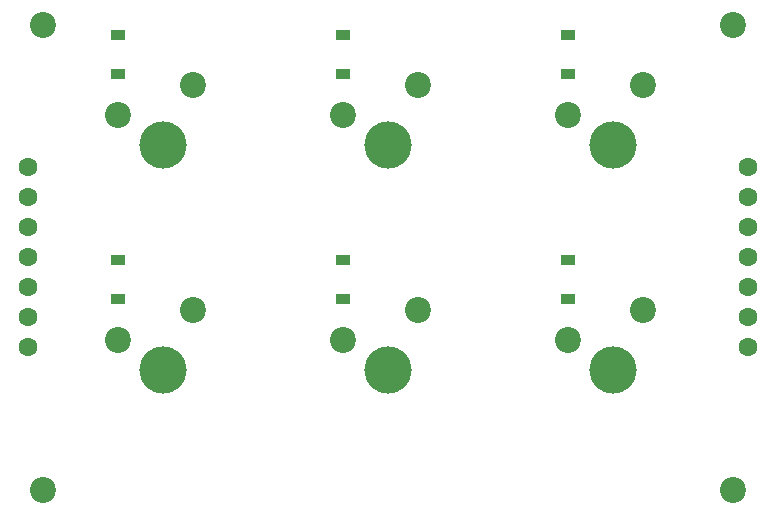
<source format=gbr>
G04 #@! TF.GenerationSoftware,KiCad,Pcbnew,(5.0.0-rc2-dev-471-ge4feb315d)*
G04 #@! TF.CreationDate,2018-04-21T02:21:12+01:00*
G04 #@! TF.ProjectId,cherry_breakout,6368657272795F627265616B6F75742E,rev?*
G04 #@! TF.SameCoordinates,Original*
G04 #@! TF.FileFunction,Soldermask,Bot*
G04 #@! TF.FilePolarity,Negative*
%FSLAX46Y46*%
G04 Gerber Fmt 4.6, Leading zero omitted, Abs format (unit mm)*
G04 Created by KiCad (PCBNEW (5.0.0-rc2-dev-471-ge4feb315d)) date Sat Apr 21 02:21:12 2018*
%MOMM*%
%LPD*%
G01*
G04 APERTURE LIST*
%ADD10C,2.200000*%
%ADD11C,1.600000*%
%ADD12R,1.200000X0.900000*%
%ADD13C,4.000000*%
G04 APERTURE END LIST*
D10*
X115570000Y-76200000D03*
D11*
X116840000Y-88265000D03*
X55880000Y-98425000D03*
X116840000Y-90805000D03*
X55880000Y-100965000D03*
X116840000Y-93345000D03*
X55880000Y-103505000D03*
X116840000Y-95885000D03*
X55880000Y-88265000D03*
X116840000Y-103505000D03*
X116840000Y-100965000D03*
X116840000Y-98425000D03*
X55880000Y-95885000D03*
X55880000Y-93345000D03*
X55880000Y-90805000D03*
D10*
X57150000Y-115570000D03*
X115570000Y-115570000D03*
D12*
X63500000Y-77090000D03*
X63500000Y-80390000D03*
X63500000Y-99440000D03*
X63500000Y-96140000D03*
X82550000Y-80390000D03*
X82550000Y-77090000D03*
X82550000Y-96140000D03*
X82550000Y-99440000D03*
X101600000Y-77090000D03*
X101600000Y-80390000D03*
X101600000Y-99440000D03*
X101600000Y-96140000D03*
D13*
X67310000Y-86360000D03*
D10*
X63500000Y-83820000D03*
X69850000Y-81280000D03*
X69850000Y-100330000D03*
X63500000Y-102870000D03*
D13*
X67310000Y-105410000D03*
D10*
X88900000Y-81280000D03*
X82550000Y-83820000D03*
D13*
X86360000Y-86360000D03*
X86360000Y-105410000D03*
D10*
X82550000Y-102870000D03*
X88900000Y-100330000D03*
D13*
X105410000Y-86360000D03*
D10*
X101600000Y-83820000D03*
X107950000Y-81280000D03*
X107950000Y-100330000D03*
X101600000Y-102870000D03*
D13*
X105410000Y-105410000D03*
D10*
X57150000Y-76200000D03*
M02*

</source>
